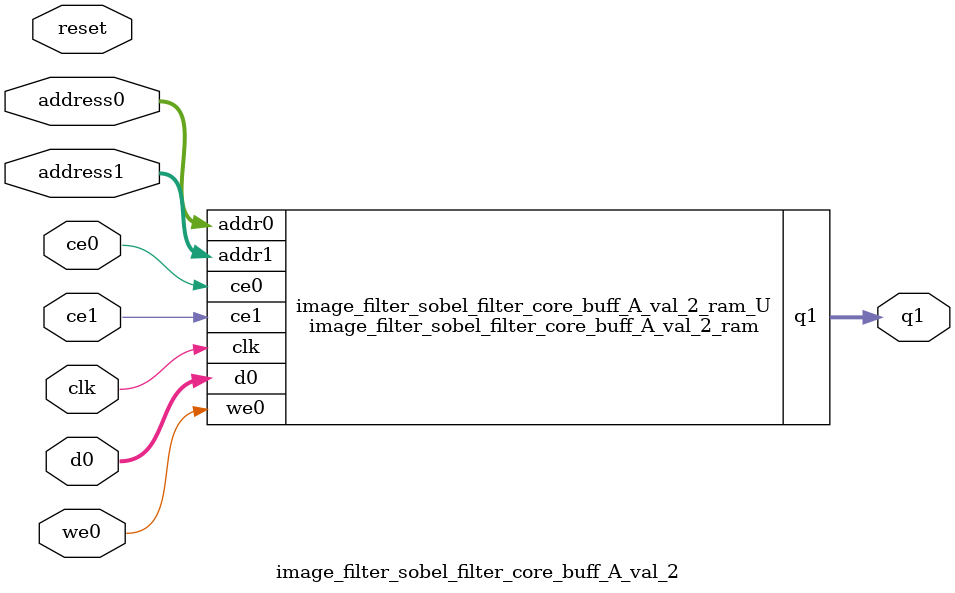
<source format=v>

`timescale 1 ns / 1 ps
module image_filter_sobel_filter_core_buff_A_val_2_ram (addr0, ce0, d0, we0, addr1, ce1, q1,  clk);

parameter DWIDTH = 8;
parameter AWIDTH = 11;
parameter MEM_SIZE = 1920;

input[AWIDTH-1:0] addr0;
input ce0;
input[DWIDTH-1:0] d0;
input we0;
input[AWIDTH-1:0] addr1;
input ce1;
output reg[DWIDTH-1:0] q1;
input clk;

(* ram_style = "block" *)reg [DWIDTH-1:0] ram[MEM_SIZE-1:0];




always @(posedge clk)  
begin 
    if (ce0) 
    begin
        if (we0) 
        begin 
            ram[addr0] <= d0; 
        end 
    end
end


always @(posedge clk)  
begin 
    if (ce1) 
    begin
            q1 <= ram[addr1];
    end
end


endmodule


`timescale 1 ns / 1 ps
module image_filter_sobel_filter_core_buff_A_val_2(
    reset,
    clk,
    address0,
    ce0,
    we0,
    d0,
    address1,
    ce1,
    q1);

parameter DataWidth = 32'd8;
parameter AddressRange = 32'd1920;
parameter AddressWidth = 32'd11;
input reset;
input clk;
input[AddressWidth - 1:0] address0;
input ce0;
input we0;
input[DataWidth - 1:0] d0;
input[AddressWidth - 1:0] address1;
input ce1;
output[DataWidth - 1:0] q1;



image_filter_sobel_filter_core_buff_A_val_2_ram image_filter_sobel_filter_core_buff_A_val_2_ram_U(
    .clk( clk ),
    .addr0( address0 ),
    .ce0( ce0 ),
    .d0( d0 ),
    .we0( we0 ),
    .addr1( address1 ),
    .ce1( ce1 ),
    .q1( q1 ));

endmodule


</source>
